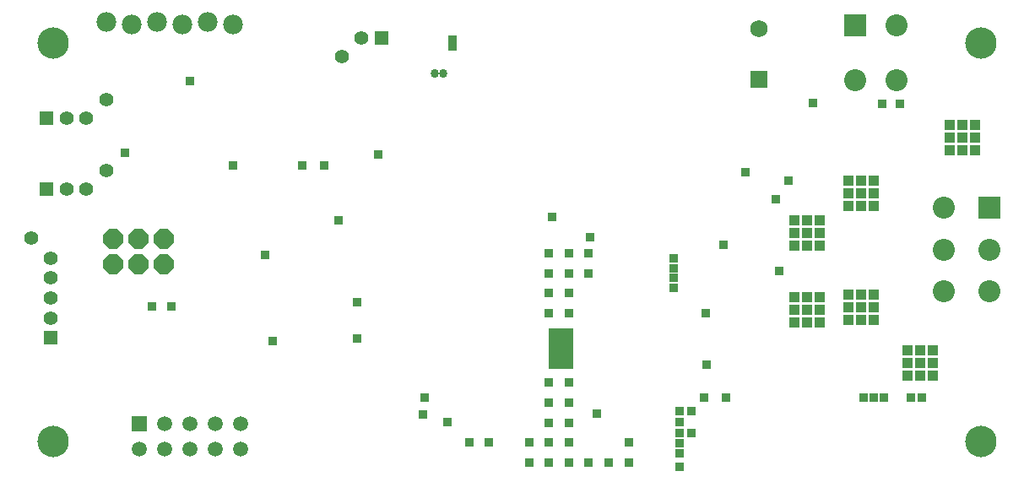
<source format=gbs>
G75*
G70*
%OFA0B0*%
%FSLAX24Y24*%
%IPPOS*%
%LPD*%
%AMOC8*
5,1,8,0,0,1.08239X$1,22.5*
%
%ADD10C,0.0780*%
%ADD11C,0.1240*%
%ADD12C,0.0690*%
%ADD13R,0.0690X0.0690*%
%ADD14R,0.0437X0.0437*%
%ADD15C,0.0340*%
%ADD16C,0.0555*%
%ADD17R,0.0555X0.0555*%
%ADD18C,0.0552*%
%ADD19R,0.0594X0.0594*%
%ADD20C,0.0594*%
%ADD21R,0.0867X0.0867*%
%ADD22C,0.0867*%
%ADD23OC8,0.0780*%
%ADD24R,0.0317X0.0317*%
D10*
X003815Y018310D03*
X004815Y018210D03*
X005815Y018310D03*
X006815Y018210D03*
X007815Y018310D03*
X008815Y018210D03*
D11*
X001725Y001725D03*
X001725Y017473D03*
X038339Y017473D03*
X038339Y001725D03*
D12*
X029580Y018037D03*
D13*
X029580Y016037D03*
D14*
X033126Y012028D03*
X033626Y012028D03*
X034126Y012028D03*
X034126Y011528D03*
X033626Y011528D03*
X033126Y011528D03*
X033126Y011028D03*
X033626Y011028D03*
X034126Y011028D03*
X031981Y010449D03*
X031481Y010449D03*
X030981Y010449D03*
X030981Y009949D03*
X031481Y009949D03*
X031981Y009949D03*
X031981Y009449D03*
X031481Y009449D03*
X030981Y009449D03*
X030981Y007433D03*
X031481Y007433D03*
X031981Y007433D03*
X031981Y006933D03*
X031481Y006933D03*
X030981Y006933D03*
X030981Y006433D03*
X031481Y006433D03*
X031981Y006433D03*
X033126Y006540D03*
X033126Y007040D03*
X033126Y007540D03*
X033626Y007540D03*
X034126Y007540D03*
X034126Y007040D03*
X033626Y007040D03*
X033626Y006540D03*
X034126Y006540D03*
X035461Y005335D03*
X035961Y005335D03*
X036461Y005335D03*
X036461Y004835D03*
X036461Y004335D03*
X035961Y004335D03*
X035461Y004335D03*
X035461Y004835D03*
X035961Y004835D03*
X037126Y013233D03*
X037126Y013733D03*
X037626Y013733D03*
X038126Y013733D03*
X038126Y013233D03*
X037626Y013233D03*
X037626Y014233D03*
X038126Y014233D03*
X037126Y014233D03*
D15*
X017121Y016252D03*
X016801Y016252D03*
D16*
X013890Y017670D03*
X003024Y014481D03*
X002237Y014481D03*
X002237Y011685D03*
X003024Y011685D03*
X001607Y008969D03*
X001607Y008181D03*
X001607Y007394D03*
X001607Y006607D03*
D17*
X001607Y005819D03*
X001449Y011685D03*
X001449Y014481D03*
X014678Y017670D03*
D18*
X013103Y016922D03*
X003811Y015229D03*
X003811Y012433D03*
X000859Y009756D03*
D19*
X005119Y002422D03*
D20*
X006119Y002422D03*
X007119Y002422D03*
X008119Y002422D03*
X009119Y002422D03*
X009119Y001422D03*
X008119Y001422D03*
X007119Y001422D03*
X006119Y001422D03*
X005119Y001422D03*
D21*
X033378Y018162D03*
X038674Y010957D03*
D22*
X036902Y010957D03*
X036902Y009304D03*
X038674Y009304D03*
X038674Y007650D03*
X036902Y007650D03*
X035032Y015996D03*
X033378Y015996D03*
X035032Y018162D03*
D23*
X006071Y009744D03*
X005071Y009744D03*
X004071Y009744D03*
X004071Y008744D03*
X005071Y008744D03*
X006071Y008744D03*
D24*
X006370Y007079D03*
X005622Y007079D03*
X010071Y009087D03*
X012985Y010465D03*
X012433Y012630D03*
X011567Y012630D03*
X008823Y012630D03*
X004559Y013142D03*
X007119Y015977D03*
X014559Y013063D03*
X021410Y010583D03*
X022906Y009796D03*
X022867Y009166D03*
X022079Y009166D03*
X021292Y009166D03*
X021292Y008378D03*
X022079Y008378D03*
X022867Y008378D03*
X022079Y007591D03*
X021292Y007591D03*
X021292Y006804D03*
X022079Y006804D03*
X022079Y006016D03*
X021764Y006016D03*
X021449Y006016D03*
X021449Y005701D03*
X021449Y005386D03*
X021764Y005386D03*
X022079Y005386D03*
X022079Y005701D03*
X021764Y005701D03*
X021764Y005071D03*
X021764Y004756D03*
X021449Y004756D03*
X021449Y005071D03*
X022079Y005071D03*
X022079Y004756D03*
X022079Y004048D03*
X021292Y004048D03*
X021292Y003260D03*
X022079Y003260D03*
X023181Y002827D03*
X022079Y002473D03*
X021292Y002473D03*
X021292Y001685D03*
X022079Y001685D03*
X022079Y000898D03*
X021292Y000898D03*
X020504Y000898D03*
X020504Y001685D03*
X018930Y001685D03*
X018142Y001685D03*
X017276Y002512D03*
X016331Y002788D03*
X016370Y003457D03*
X013733Y005780D03*
X013733Y007237D03*
X010386Y005701D03*
X022867Y000898D03*
X023654Y000898D03*
X024441Y000898D03*
X024441Y001685D03*
X026449Y001666D03*
X026449Y002079D03*
X026922Y002079D03*
X026449Y002512D03*
X026449Y002945D03*
X026922Y002945D03*
X027430Y003449D03*
X028300Y003449D03*
X027512Y004756D03*
X027473Y006804D03*
X026213Y007788D03*
X026213Y008181D03*
X026213Y008575D03*
X026213Y008969D03*
X028181Y009481D03*
X030378Y008473D03*
X030268Y011292D03*
X030741Y012040D03*
X029048Y012355D03*
X031725Y015111D03*
X034441Y015071D03*
X035150Y015071D03*
X017473Y017331D03*
X017473Y017607D03*
X033733Y003457D03*
X034126Y003457D03*
X034520Y003457D03*
X035583Y003457D03*
X036016Y003457D03*
X026449Y001252D03*
X026449Y000741D03*
M02*

</source>
